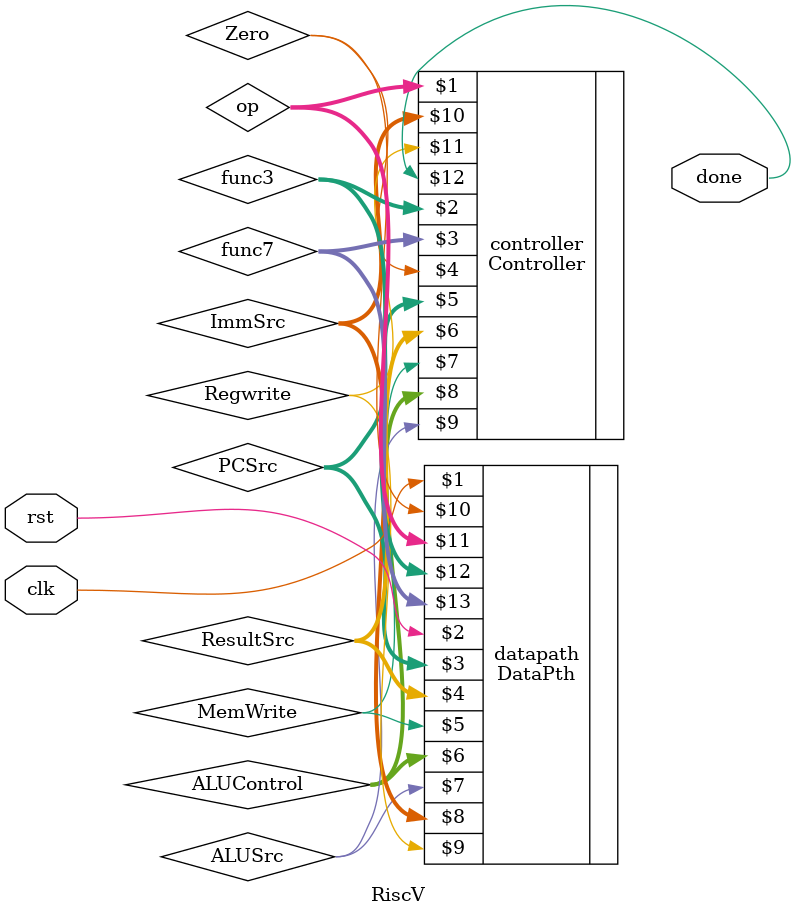
<source format=v>
`timescale 1ns/1ns

module RiscV(clk, rst, done);
    input clk, rst;
    output done;

    wire MemWrite,ALUSrc, Regwrite, Zero;
    wire [1:0] PCSrc,ResultSrc;
    wire [2:0] ImmSrc, ALUControl;

    wire [6:0] op, func7;
    wire [2:0] func3;
   
    DataPth datapath(clk, rst,PCSrc,ResultSrc, MemWrite, ALUControl, ALUSrc, ImmSrc, Regwrite, Zero, op, func3, func7);
    Controller controller(op, func3, func7, Zero,PCSrc, ResultSrc, MemWrite, ALUControl, ALUSrc, ImmSrc, Regwrite, done);
    


endmodule
</source>
